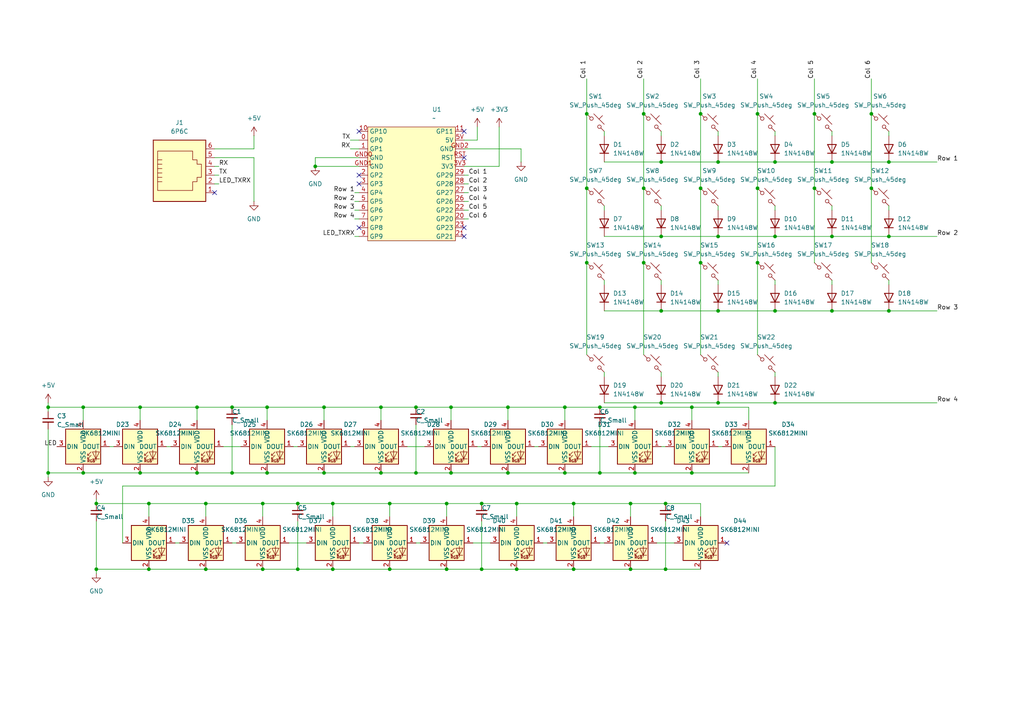
<source format=kicad_sch>
(kicad_sch (version 20250114) (generator "eeschema") (generator_version "9.0")
  (paper "A4")
  (lib_symbols
    (symbol "Connector:6P6C" (pin_names (offset 1.016))
      (property "Reference" "J" (at -5.08 11.43 0))
      (property "Value" "6P6C" (at 2.54 11.43 0))
      (symbol "6P6C_1_1"
        (pin passive line (at 10.16 7.62 180) (length 2.54) (name "~") (number "6"))
        (pin passive line (at 10.16 5.08 180) (length 2.54) (name "~") (number "5"))
        (pin passive line (at 10.16 2.54 180) (length 2.54) (name "~") (number "4"))
        (pin passive line (at 10.16 0 180) (length 2.54) (name "~") (number "3"))
        (pin passive line (at 10.16 -2.54 180) (length 2.54) (name "~") (number "2"))
        (pin passive line (at 10.16 -5.08 180) (length 2.54) (name "~") (number "1"))
      )
    )
    (symbol "Device:C_Small" (pin_numbers (hide yes)) (pin_names (offset 0.254) (hide yes))
      (property "Reference" "C" (at 0.254 1.778 0))
      (property "Value" "C_Small" (at 0.254 -2.032 0))
      (symbol "C_Small_1_1"
        (pin passive line (at 0 2.54 270) (length 2.032) (name "~") (number "1"))
        (pin passive line (at 0 -2.54 90) (length 2.032) (name "~") (number "2"))
      )
    )
    (symbol "Diode:1N4148W" (pin_numbers (hide yes)) (pin_names (hide yes))
      (property "Reference" "D" (at 0 2.54 0))
      (property "Value" "1N4148W" (at 0 -2.54 0))
      (symbol "1N4148W_1_1"
        (pin passive line (at -3.81 0 0) (length 2.54) (name "K") (number "1"))
        (pin passive line (at 3.81 0 180) (length 2.54) (name "A") (number "2"))
      )
    )
    (symbol "Keyboard:RP2040_ProMicro"
      (property "Reference" "U1" (at 12.3033 10.16 0))
      (property "Value" "~" (at 12.3033 7.62 0))
      (symbol "RP2040_ProMicro_1_1"
        (pin bidirectional line (at -8.89 3.81 0) (length 2.54) (name "GP10") (number "10"))
        (pin bidirectional line (at -8.89 1.27 0) (length 2.54) (name "GP0") (number "0"))
        (pin bidirectional line (at -8.89 -1.27 0) (length 2.54) (name "GP1") (number "1"))
        (pin power_out line (at -8.89 -3.81 0) (length 2.54) (name "GND") (number "GND0"))
        (pin power_out line (at -8.89 -6.35 0) (length 2.54) (name "GND") (number "GND1"))
        (pin bidirectional line (at -8.89 -8.89 0) (length 2.54) (name "GP2") (number "2"))
        (pin bidirectional line (at -8.89 -11.43 0) (length 2.54) (name "GP3") (number "3"))
        (pin bidirectional line (at -8.89 -13.97 0) (length 2.54) (name "GP4") (number "4"))
        (pin bidirectional line (at -8.89 -16.51 0) (length 2.54) (name "GP5") (number "5"))
        (pin bidirectional line (at -8.89 -19.05 0) (length 2.54) (name "GP6") (number "6"))
        (pin bidirectional line (at -8.89 -21.59 0) (length 2.54) (name "GP7") (number "7"))
        (pin bidirectional line (at -8.89 -24.13 0) (length 2.54) (name "GP8") (number "8"))
        (pin bidirectional line (at -8.89 -26.67 0) (length 2.54) (name "GP9") (number "9"))
        (pin bidirectional line (at 21.59 3.81 180) (length 2.54) (name "GP11") (number "11"))
        (pin power_out line (at 21.59 1.27 180) (length 2.54) (name "5V") (number "5V"))
        (pin power_out line (at 21.59 -1.27 180) (length 2.54) (name "GND") (number "GND2"))
        (pin input line (at 21.59 -3.81 180) (length 2.54) (name "RST") (number "RST"))
        (pin power_out line (at 21.59 -6.35 180) (length 2.54) (name "3V3") (number "3V3"))
        (pin bidirectional line (at 21.59 -8.89 180) (length 2.54) (name "GP29") (number "29"))
        (pin bidirectional line (at 21.59 -11.43 180) (length 2.54) (name "GP28") (number "28"))
        (pin bidirectional line (at 21.59 -13.97 180) (length 2.54) (name "GP27") (number "27"))
        (pin bidirectional line (at 21.59 -16.51 180) (length 2.54) (name "GP26") (number "26"))
        (pin bidirectional line (at 21.59 -19.05 180) (length 2.54) (name "GP22") (number "22"))
        (pin bidirectional line (at 21.59 -21.59 180) (length 2.54) (name "GP20") (number "20"))
        (pin bidirectional line (at 21.59 -24.13 180) (length 2.54) (name "GP23") (number "23"))
        (pin bidirectional line (at 21.59 -26.67 180) (length 2.54) (name "GP21") (number "21"))
      )
    )
    (symbol "LED:SK6812MINI" (pin_names (offset 0.254))
      (property "Reference" "D" (at 5.08 5.715 0))
      (property "Value" "SK6812MINI" (at 1.27 -5.715 0))
      (symbol "SK6812MINI_0_0"
        (text "RGB" (at 2.286 -4.191 0) (effects (font (size 0.762 0.762))))
      )
      (symbol "SK6812MINI_1_1"
        (pin input line (at -7.62 0 0) (length 2.54) (name "DIN") (number "3"))
        (pin power_in line (at 0 7.62 270) (length 2.54) (name "VDD") (number "4"))
        (pin power_in line (at 0 -7.62 90) (length 2.54) (name "VSS") (number "2"))
        (pin output line (at 7.62 0 180) (length 2.54) (name "DOUT") (number "1"))
      )
    )
    (symbol "Switch:SW_Push_45deg" (pin_numbers (hide yes)) (pin_names (offset 1.016) (hide yes))
      (property "Reference" "SW" (at 3.048 1.016 0))
      (property "Value" "SW_Push_45deg" (at 0 -3.81 0))
      (symbol "SW_Push_45deg_0_1"
        (pin passive line (at -2.54 2.54 0) (length 0) (name "1") (number "1"))
        (pin passive line (at 2.54 -2.54 180) (length 0) (name "2") (number "2"))
      )
    )
    (symbol "power:+3V3" (power) (pin_numbers (hide yes)) (pin_names (offset 0) (hide yes))
      (property "Value" "+3V3" (at 0 3.556 0))
      (symbol "+3V3_1_1"
        (pin power_in line (at 0 0 90) (length 0) (name "~") (number "1"))
      )
    )
    (symbol "power:+5V" (power) (pin_numbers (hide yes)) (pin_names (offset 0) (hide yes))
      (property "Value" "+5V" (at 0 3.556 0))
      (symbol "+5V_1_1"
        (pin power_in line (at 0 0 90) (length 0) (name "~") (number "1"))
      )
    )
    (symbol "power:GND" (power) (pin_numbers (hide yes)) (pin_names (offset 0) (hide yes))
      (property "Value" "GND" (at 0 -3.81 0))
      (symbol "GND_1_1"
        (pin power_in line (at 0 0 270) (length 0) (name "~") (number "1"))
      )
    )
  )
  (junction (at 186.69 33.02))
  (junction (at 184.15 137.16))
  (junction (at 120.65 137.16))
  (junction (at 170.18 76.2))
  (junction (at 129.54 165.1))
  (junction (at 200.66 137.16))
  (junction (at 96.52 146.05))
  (junction (at 43.18 165.1))
  (junction (at 186.69 76.2))
  (junction (at 186.69 54.61))
  (junction (at 208.28 116.84))
  (junction (at 24.13 118.11))
  (junction (at 166.37 146.05))
  (junction (at 91.44 48.26))
  (junction (at 257.81 68.58))
  (junction (at 191.77 68.58))
  (junction (at 170.18 33.02))
  (junction (at 149.86 165.1))
  (junction (at 241.3 46.99))
  (junction (at 170.18 54.61))
  (junction (at 40.64 137.16))
  (junction (at 191.77 46.99))
  (junction (at 163.83 137.16))
  (junction (at 27.94 165.1))
  (junction (at 193.04 165.1))
  (junction (at 184.15 118.11))
  (junction (at 208.28 68.58))
  (junction (at 252.73 33.02))
  (junction (at 27.94 146.05))
  (junction (at 219.71 54.61))
  (junction (at 193.04 146.05))
  (junction (at 182.88 165.1))
  (junction (at 113.03 146.05))
  (junction (at 219.71 76.2))
  (junction (at 203.2 76.2))
  (junction (at 203.2 54.61))
  (junction (at 224.79 116.84))
  (junction (at 129.54 146.05))
  (junction (at 257.81 90.17))
  (junction (at 130.81 118.11))
  (junction (at 236.22 33.02))
  (junction (at 203.2 33.02))
  (junction (at 200.66 118.11))
  (junction (at 139.7 146.05))
  (junction (at 110.49 137.16))
  (junction (at 139.7 165.1))
  (junction (at 110.49 118.11))
  (junction (at 149.86 146.05))
  (junction (at 208.28 46.99))
  (junction (at 96.52 165.1))
  (junction (at 241.3 68.58))
  (junction (at 224.79 68.58))
  (junction (at 86.36 165.1))
  (junction (at 67.31 118.11))
  (junction (at 219.71 33.02))
  (junction (at 130.81 137.16))
  (junction (at 147.32 118.11))
  (junction (at 24.13 137.16))
  (junction (at 173.99 118.11))
  (junction (at 93.98 118.11))
  (junction (at 241.3 90.17))
  (junction (at 173.99 137.16))
  (junction (at 57.15 118.11))
  (junction (at 224.79 46.99))
  (junction (at 77.47 137.16))
  (junction (at 77.47 118.11))
  (junction (at 86.36 146.05))
  (junction (at 182.88 146.05))
  (junction (at 59.69 146.05))
  (junction (at 67.31 137.16))
  (junction (at 208.28 90.17))
  (junction (at 166.37 165.1))
  (junction (at 224.79 90.17))
  (junction (at 257.81 46.99))
  (junction (at 13.97 118.11))
  (junction (at 76.2 146.05))
  (junction (at 191.77 116.84))
  (junction (at 147.32 137.16))
  (junction (at 113.03 165.1))
  (junction (at 163.83 118.11))
  (junction (at 252.73 54.61))
  (junction (at 76.2 165.1))
  (junction (at 93.98 137.16))
  (junction (at 59.69 165.1))
  (junction (at 120.65 118.11))
  (junction (at 236.22 54.61))
  (junction (at 43.18 146.05))
  (junction (at 57.15 137.16))
  (junction (at 13.97 137.16))
  (junction (at 40.64 118.11))
  (junction (at 191.77 90.17))
  (no_connect (at 104.14 38.1))
  (no_connect (at 62.23 55.88))
  (no_connect (at 134.62 66.04))
  (no_connect (at 134.62 45.72))
  (no_connect (at 104.14 50.8))
  (no_connect (at 134.62 68.58))
  (no_connect (at 104.14 53.34))
  (no_connect (at 104.14 66.04))
  (no_connect (at 210.82 157.48))
  (no_connect (at 134.62 38.1))
  (wire (pts (xy 139.7 146.05) (xy 149.86 146.05)))
  (wire (pts (xy 24.13 118.11) (xy 40.64 118.11)))
  (wire (pts (xy 158.75 157.48) (xy 157.48 157.48)))
  (wire (pts (xy 208.28 116.84) (xy 224.79 116.84)))
  (wire (pts (xy 191.77 81.28) (xy 191.77 82.55)))
  (wire (pts (xy 13.97 137.16) (xy 24.13 137.16)))
  (wire (pts (xy 170.18 22.86) (xy 170.18 33.02)))
  (wire (pts (xy 13.97 118.11) (xy 24.13 118.11)))
  (wire (pts (xy 27.94 165.1) (xy 43.18 165.1)))
  (wire (pts (xy 139.7 165.1) (xy 149.86 165.1)))
  (wire (pts (xy 120.65 123.19) (xy 120.65 137.16)))
  (wire (pts (xy 203.2 102.87) (xy 203.2 76.2)))
  (wire (pts (xy 113.03 146.05) (xy 129.54 146.05)))
  (wire (pts (xy 208.28 81.28) (xy 208.28 82.55)))
  (wire (pts (xy 76.2 165.1) (xy 86.36 165.1)))
  (wire (pts (xy 40.64 137.16) (xy 57.15 137.16)))
  (wire (pts (xy 200.66 118.11) (xy 200.66 121.92)))
  (wire (pts (xy 67.31 137.16) (xy 77.47 137.16)))
  (wire (pts (xy 175.26 38.1) (xy 175.26 39.37)))
  (wire (pts (xy 76.2 146.05) (xy 86.36 146.05)))
  (wire (pts (xy 144.78 48.26) (xy 134.62 48.26)))
  (wire (pts (xy 102.87 63.5) (xy 104.14 63.5)))
  (wire (pts (xy 59.69 146.05) (xy 59.69 149.86)))
  (wire (pts (xy 241.3 68.58) (xy 257.81 68.58)))
  (wire (pts (xy 173.99 137.16) (xy 184.15 137.16)))
  (wire (pts (xy 120.65 118.11) (xy 130.81 118.11)))
  (wire (pts (xy 224.79 116.84) (xy 271.78 116.84)))
  (wire (pts (xy 191.77 59.69) (xy 191.77 60.96)))
  (wire (pts (xy 110.49 137.16) (xy 120.65 137.16)))
  (wire (pts (xy 149.86 146.05) (xy 166.37 146.05)))
  (wire (pts (xy 40.64 118.11) (xy 40.64 121.92)))
  (wire (pts (xy 175.26 107.95) (xy 175.26 109.22)))
  (wire (pts (xy 208.28 129.54) (xy 209.55 129.54)))
  (wire (pts (xy 208.28 90.17) (xy 224.79 90.17)))
  (wire (pts (xy 191.77 46.99) (xy 208.28 46.99)))
  (wire (pts (xy 190.5 157.48) (xy 195.58 157.48)))
  (wire (pts (xy 86.36 146.05) (xy 96.52 146.05)))
  (wire (pts (xy 166.37 146.05) (xy 166.37 149.86)))
  (wire (pts (xy 130.81 137.16) (xy 147.32 137.16)))
  (wire (pts (xy 67.31 123.19) (xy 67.31 137.16)))
  (wire (pts (xy 57.15 118.11) (xy 57.15 121.92)))
  (wire (pts (xy 191.77 129.54) (xy 193.04 129.54)))
  (wire (pts (xy 73.66 43.18) (xy 73.66 39.37)))
  (wire (pts (xy 208.28 59.69) (xy 208.28 60.96)))
  (wire (pts (xy 241.3 59.69) (xy 241.3 60.96)))
  (wire (pts (xy 91.44 48.26) (xy 104.14 48.26)))
  (wire (pts (xy 73.66 45.72) (xy 73.66 58.42)))
  (wire (pts (xy 163.83 118.11) (xy 163.83 121.92)))
  (wire (pts (xy 224.79 68.58) (xy 241.3 68.58)))
  (wire (pts (xy 139.7 129.54) (xy 138.43 129.54)))
  (wire (pts (xy 193.04 151.13) (xy 193.04 165.1)))
  (wire (pts (xy 257.81 38.1) (xy 257.81 39.37)))
  (wire (pts (xy 102.87 60.96) (xy 104.14 60.96)))
  (wire (pts (xy 224.79 129.54) (xy 224.79 140.97)))
  (wire (pts (xy 149.86 146.05) (xy 149.86 149.86)))
  (wire (pts (xy 96.52 146.05) (xy 96.52 149.86)))
  (wire (pts (xy 13.97 118.11) (xy 13.97 119.38)))
  (wire (pts (xy 27.94 166.37) (xy 27.94 165.1)))
  (wire (pts (xy 67.31 118.11) (xy 77.47 118.11)))
  (wire (pts (xy 170.18 33.02) (xy 170.18 54.61)))
  (wire (pts (xy 203.2 22.86) (xy 203.2 33.02)))
  (wire (pts (xy 154.94 129.54) (xy 156.21 129.54)))
  (wire (pts (xy 134.62 55.88) (xy 135.89 55.88)))
  (wire (pts (xy 27.94 144.78) (xy 27.94 146.05)))
  (wire (pts (xy 208.28 46.99) (xy 224.79 46.99)))
  (wire (pts (xy 203.2 54.61) (xy 203.2 76.2)))
  (wire (pts (xy 43.18 146.05) (xy 59.69 146.05)))
  (wire (pts (xy 257.81 81.28) (xy 257.81 82.55)))
  (wire (pts (xy 134.62 53.34) (xy 135.89 53.34)))
  (wire (pts (xy 113.03 165.1) (xy 129.54 165.1)))
  (wire (pts (xy 147.32 137.16) (xy 163.83 137.16)))
  (wire (pts (xy 208.28 107.95) (xy 208.28 109.22)))
  (wire (pts (xy 13.97 124.46) (xy 13.97 137.16)))
  (wire (pts (xy 50.8 157.48) (xy 52.07 157.48)))
  (wire (pts (xy 129.54 146.05) (xy 129.54 149.86)))
  (wire (pts (xy 40.64 118.11) (xy 57.15 118.11)))
  (wire (pts (xy 102.87 58.42) (xy 104.14 58.42)))
  (wire (pts (xy 43.18 165.1) (xy 59.69 165.1)))
  (wire (pts (xy 170.18 76.2) (xy 170.18 102.87)))
  (wire (pts (xy 257.81 59.69) (xy 257.81 60.96)))
  (wire (pts (xy 62.23 43.18) (xy 73.66 43.18)))
  (wire (pts (xy 93.98 118.11) (xy 110.49 118.11)))
  (wire (pts (xy 191.77 116.84) (xy 208.28 116.84)))
  (wire (pts (xy 147.32 118.11) (xy 147.32 121.92)))
  (wire (pts (xy 175.26 59.69) (xy 175.26 60.96)))
  (wire (pts (xy 191.77 38.1) (xy 191.77 39.37)))
  (wire (pts (xy 224.79 107.95) (xy 224.79 109.22)))
  (wire (pts (xy 175.26 90.17) (xy 191.77 90.17)))
  (wire (pts (xy 86.36 165.1) (xy 96.52 165.1)))
  (wire (pts (xy 35.56 140.97) (xy 35.56 157.48)))
  (wire (pts (xy 236.22 22.86) (xy 236.22 33.02)))
  (wire (pts (xy 252.73 22.86) (xy 252.73 33.02)))
  (wire (pts (xy 217.17 118.11) (xy 217.17 121.92)))
  (wire (pts (xy 252.73 54.61) (xy 252.73 76.2)))
  (wire (pts (xy 77.47 118.11) (xy 77.47 121.92)))
  (wire (pts (xy 96.52 165.1) (xy 113.03 165.1)))
  (wire (pts (xy 129.54 165.1) (xy 139.7 165.1)))
  (wire (pts (xy 224.79 46.99) (xy 241.3 46.99)))
  (wire (pts (xy 170.18 54.61) (xy 170.18 76.2)))
  (wire (pts (xy 120.65 157.48) (xy 121.92 157.48)))
  (wire (pts (xy 171.45 129.54) (xy 176.53 129.54)))
  (wire (pts (xy 219.71 54.61) (xy 219.71 76.2)))
  (wire (pts (xy 166.37 165.1) (xy 182.88 165.1)))
  (wire (pts (xy 184.15 118.11) (xy 184.15 121.92)))
  (wire (pts (xy 219.71 76.2) (xy 219.71 102.87)))
  (wire (pts (xy 224.79 59.69) (xy 224.79 60.96)))
  (wire (pts (xy 67.31 157.48) (xy 68.58 157.48)))
  (wire (pts (xy 101.6 40.64) (xy 104.14 40.64)))
  (wire (pts (xy 241.3 90.17) (xy 257.81 90.17)))
  (wire (pts (xy 59.69 146.05) (xy 76.2 146.05)))
  (wire (pts (xy 236.22 54.61) (xy 236.22 76.2)))
  (wire (pts (xy 144.78 36.83) (xy 144.78 48.26)))
  (wire (pts (xy 175.26 68.58) (xy 191.77 68.58)))
  (wire (pts (xy 134.62 43.18) (xy 151.13 43.18)))
  (wire (pts (xy 120.65 137.16) (xy 130.81 137.16)))
  (wire (pts (xy 93.98 118.11) (xy 93.98 121.92)))
  (wire (pts (xy 134.62 50.8) (xy 135.89 50.8)))
  (wire (pts (xy 110.49 118.11) (xy 120.65 118.11)))
  (wire (pts (xy 173.99 157.48) (xy 175.26 157.48)))
  (wire (pts (xy 208.28 38.1) (xy 208.28 39.37)))
  (wire (pts (xy 173.99 118.11) (xy 184.15 118.11)))
  (wire (pts (xy 85.09 129.54) (xy 86.36 129.54)))
  (wire (pts (xy 27.94 146.05) (xy 43.18 146.05)))
  (wire (pts (xy 104.14 157.48) (xy 105.41 157.48)))
  (wire (pts (xy 24.13 137.16) (xy 40.64 137.16)))
  (wire (pts (xy 27.94 151.13) (xy 27.94 165.1)))
  (wire (pts (xy 147.32 118.11) (xy 163.83 118.11)))
  (wire (pts (xy 200.66 118.11) (xy 217.17 118.11)))
  (wire (pts (xy 138.43 40.64) (xy 134.62 40.64)))
  (wire (pts (xy 142.24 157.48) (xy 137.16 157.48)))
  (wire (pts (xy 43.18 146.05) (xy 43.18 149.86)))
  (wire (pts (xy 130.81 118.11) (xy 147.32 118.11)))
  (wire (pts (xy 191.77 90.17) (xy 208.28 90.17)))
  (wire (pts (xy 173.99 123.19) (xy 173.99 137.16)))
  (wire (pts (xy 224.79 38.1) (xy 224.79 39.37)))
  (wire (pts (xy 76.2 146.05) (xy 76.2 149.86)))
  (wire (pts (xy 123.19 129.54) (xy 118.11 129.54)))
  (wire (pts (xy 186.69 102.87) (xy 186.69 76.2)))
  (wire (pts (xy 163.83 118.11) (xy 173.99 118.11)))
  (wire (pts (xy 191.77 107.95) (xy 191.77 109.22)))
  (wire (pts (xy 257.81 90.17) (xy 271.78 90.17)))
  (wire (pts (xy 193.04 146.05) (xy 203.2 146.05)))
  (wire (pts (xy 63.5 48.26) (xy 62.23 48.26)))
  (wire (pts (xy 186.69 22.86) (xy 186.69 33.02)))
  (wire (pts (xy 241.3 46.99) (xy 257.81 46.99)))
  (wire (pts (xy 236.22 33.02) (xy 236.22 54.61)))
  (wire (pts (xy 48.26 129.54) (xy 49.53 129.54)))
  (wire (pts (xy 64.77 129.54) (xy 69.85 129.54)))
  (wire (pts (xy 77.47 118.11) (xy 93.98 118.11)))
  (wire (pts (xy 193.04 165.1) (xy 203.2 165.1)))
  (wire (pts (xy 151.13 43.18) (xy 151.13 46.99)))
  (wire (pts (xy 63.5 50.8) (xy 62.23 50.8)))
  (wire (pts (xy 134.62 58.42) (xy 135.89 58.42)))
  (wire (pts (xy 257.81 46.99) (xy 271.78 46.99)))
  (wire (pts (xy 13.97 138.43) (xy 13.97 137.16)))
  (wire (pts (xy 186.69 54.61) (xy 186.69 76.2)))
  (wire (pts (xy 113.03 146.05) (xy 113.03 149.86)))
  (wire (pts (xy 31.75 129.54) (xy 33.02 129.54)))
  (wire (pts (xy 77.47 137.16) (xy 93.98 137.16)))
  (wire (pts (xy 175.26 81.28) (xy 175.26 82.55)))
  (wire (pts (xy 91.44 45.72) (xy 104.14 45.72)))
  (wire (pts (xy 24.13 118.11) (xy 24.13 121.92)))
  (wire (pts (xy 57.15 118.11) (xy 67.31 118.11)))
  (wire (pts (xy 110.49 118.11) (xy 110.49 121.92)))
  (wire (pts (xy 166.37 146.05) (xy 182.88 146.05)))
  (wire (pts (xy 86.36 151.13) (xy 86.36 165.1)))
  (wire (pts (xy 96.52 146.05) (xy 113.03 146.05)))
  (wire (pts (xy 57.15 137.16) (xy 67.31 137.16)))
  (wire (pts (xy 130.81 118.11) (xy 130.81 121.92)))
  (wire (pts (xy 138.43 36.83) (xy 138.43 40.64)))
  (wire (pts (xy 203.2 33.02) (xy 203.2 54.61)))
  (wire (pts (xy 149.86 165.1) (xy 166.37 165.1)))
  (wire (pts (xy 182.88 146.05) (xy 193.04 146.05)))
  (wire (pts (xy 184.15 118.11) (xy 200.66 118.11)))
  (wire (pts (xy 101.6 43.18) (xy 104.14 43.18)))
  (wire (pts (xy 13.97 116.84) (xy 13.97 118.11)))
  (wire (pts (xy 59.69 165.1) (xy 76.2 165.1)))
  (wire (pts (xy 62.23 45.72) (xy 73.66 45.72)))
  (wire (pts (xy 186.69 33.02) (xy 186.69 54.61)))
  (wire (pts (xy 102.87 68.58) (xy 104.14 68.58)))
  (wire (pts (xy 224.79 81.28) (xy 224.79 82.55)))
  (wire (pts (xy 224.79 90.17) (xy 241.3 90.17)))
  (wire (pts (xy 182.88 165.1) (xy 193.04 165.1)))
  (wire (pts (xy 102.87 55.88) (xy 104.14 55.88)))
  (wire (pts (xy 208.28 68.58) (xy 224.79 68.58)))
  (wire (pts (xy 163.83 137.16) (xy 173.99 137.16)))
  (wire (pts (xy 101.6 129.54) (xy 102.87 129.54)))
  (wire (pts (xy 175.26 46.99) (xy 191.77 46.99)))
  (wire (pts (xy 182.88 146.05) (xy 182.88 149.86)))
  (wire (pts (xy 62.23 53.34) (xy 63.5 53.34)))
  (wire (pts (xy 252.73 33.02) (xy 252.73 54.61)))
  (wire (pts (xy 219.71 33.02) (xy 219.71 54.61)))
  (wire (pts (xy 175.26 116.84) (xy 191.77 116.84)))
  (wire (pts (xy 219.71 22.86) (xy 219.71 33.02)))
  (wire (pts (xy 83.82 157.48) (xy 88.9 157.48)))
  (wire (pts (xy 129.54 146.05) (xy 139.7 146.05)))
  (wire (pts (xy 203.2 146.05) (xy 203.2 149.86)))
  (wire (pts (xy 134.62 63.5) (xy 135.89 63.5)))
  (wire (pts (xy 35.56 140.97) (xy 224.79 140.97)))
  (wire (pts (xy 241.3 81.28) (xy 241.3 82.55)))
  (wire (pts (xy 200.66 137.16) (xy 217.17 137.16)))
  (wire (pts (xy 93.98 137.16) (xy 110.49 137.16)))
  (wire (pts (xy 191.77 68.58) (xy 208.28 68.58)))
  (wire (pts (xy 91.44 45.72) (xy 91.44 48.26)))
  (wire (pts (xy 257.81 68.58) (xy 271.78 68.58)))
  (wire (pts (xy 134.62 60.96) (xy 135.89 60.96)))
  (wire (pts (xy 184.15 137.16) (xy 200.66 137.16)))
  (wire (pts (xy 139.7 151.13) (xy 139.7 165.1)))
  (wire (pts (xy 241.3 38.1) (xy 241.3 39.37)))
  (label "Col 6" (at 135.89 63.5 0))
  (label "Col 2" (at 135.89 53.34 0))
  (label "Row 3" (at 271.78 90.17 0))
  (label "Col 2" (at 186.69 22.86 90))
  (label "Col 1" (at 170.18 22.86 90))
  (label "Row 1" (at 271.78 46.99 0))
  (label "LED_TXRX" (at 102.87 68.58 180))
  (label "Row 2" (at 102.87 58.42 180))
  (label "Col 4" (at 219.71 22.86 90))
  (label "Col 5" (at 135.89 60.96 0))
  (label "Col 3" (at 203.2 22.86 90))
  (label "Row 1" (at 102.87 55.88 180))
  (label "Row 4" (at 102.87 63.5 180))
  (label "Col 6" (at 252.73 22.86 90))
  (label "LED" (at 16.51 129.54 180))
  (label "TX" (at 63.5 50.8 0))
  (label "Col 1" (at 135.89 50.8 0))
  (label "Col 5" (at 236.22 22.86 90))
  (label "Col 3" (at 135.89 55.88 0))
  (label "RX" (at 101.6 43.18 180))
  (label "RX" (at 63.5 48.26 0))
  (label "LED_TXRX" (at 63.5 53.34 0))
  (label "Col 4" (at 135.89 58.42 0))
  (label "Row 3" (at 102.87 60.96 180))
  (label "TX" (at 101.6 40.64 180))
  (label "Row 4" (at 271.78 116.84 0))
  (label "Row 2" (at 271.78 68.58 0))
  (symbol (lib_id "power:+5V") (at 13.97 116.84 0) (unit 1)
    (property "Reference" "#PWR06" (effects (hide yes)))
    (property "Value" "+5V" (at 13.97 111.76 0))
    (property "Description" "Power symbol creates a global label with name \"+5V\"" (effects (hide yes)))
  )
  (symbol (lib_id "Diode:1N4148W") (at 208.28 113.03 90) (unit 1)
    (property "Reference" "D21" (at 210.82 111.7599 90) (effects (justify right)))
    (property "Value" "1N4148W" (at 210.82 114.2999 90) (effects (justify right)))
    (property "Footprint" "Keyboard:D_SOD-128-Reversible" (effects (hide yes)))
    (property "Datasheet" "https://www.vishay.com/docs/85748/1n4148w.pdf" (effects (hide yes)))
    (property "Description" "75V 0.15A Fast Switching Diode, SOD-123" (effects (hide yes)))
    (property "Sim.Device" "D" (effects (hide yes)))
    (property "Sim.Pins" "1=K 2=A" (effects (hide yes)))
  )
  (symbol (lib_id "Diode:1N4148W") (at 191.77 43.18 90) (unit 1)
    (property "Reference" "D2" (at 194.31 41.9099 90) (effects (justify right)))
    (property "Value" "1N4148W" (at 194.31 44.4499 90) (effects (justify right)))
    (property "Footprint" "Keyboard:D_SOD-128-Reversible" (effects (hide yes)))
    (property "Datasheet" "https://www.vishay.com/docs/85748/1n4148w.pdf" (effects (hide yes)))
    (property "Description" "75V 0.15A Fast Switching Diode, SOD-123" (effects (hide yes)))
    (property "Sim.Device" "D" (effects (hide yes)))
    (property "Sim.Pins" "1=K 2=A" (effects (hide yes)))
  )
  (symbol (lib_id "Switch:SW_Push_45deg") (at 189.23 57.15 0) (unit 1)
    (property "Reference" "SW8" (at 189.23 49.53 0))
    (property "Value" "SW_Push_45deg" (at 189.23 52.07 0))
    (property "Footprint" "Keyboard:SW_Hotswap_Kailh_Choc_V1_1.00u" (effects (hide yes)))
    (property "Description" "Push button switch, normally open, two pins, 45° tilted" (effects (hide yes)))
  )
  (symbol (lib_id "power:+5V") (at 73.66 39.37 0) (unit 1)
    (property "Reference" "#PWR02" (effects (hide yes)))
    (property "Value" "+5V" (at 73.66 34.29 0))
    (property "Description" "Power symbol creates a global label with name \"+5V\"" (effects (hide yes)))
  )
  (symbol (lib_id "LED:SK6812MINI") (at 24.13 129.54 0) (unit 1)
    (property "Reference" "D23" (at 35.56 123.1198 0))
    (property "Value" "SK6812MINI" (at 29.21 125.6598 0))
    (property "Footprint" "Keyboard:SK6812-MINI-E" (effects (hide yes)))
    (property "Datasheet" "https://cdn-shop.adafruit.com/product-files/2686/SK6812MINI_REV.01-1-2.pdf" (effects (hide yes)))
    (property "Description" "RGB LED with integrated controller" (effects (hide yes)))
  )
  (symbol (lib_id "Device:C_Small") (at 173.99 120.65 0) (unit 1)
    (property "Reference" "C6" (at 173.99 119.3862 0) (effects (justify left)))
    (property "Value" "C_Small" (at 173.99 121.9262 0) (effects (justify left)))
    (property "Footprint" "Keyboard:C_1206_3216Metric" (effects (hide yes)))
    (property "Description" "Unpolarized capacitor, small symbol" (effects (hide yes)))
  )
  (symbol (lib_id "LED:SK6812MINI") (at 57.15 129.54 0) (unit 1)
    (property "Reference" "D25" (at 72.39 123.1198 0))
    (property "Value" "SK6812MINI" (at 72.39 125.6598 0))
    (property "Footprint" "Keyboard:SK6812-MINI-E" (effects (hide yes)))
    (property "Datasheet" "https://cdn-shop.adafruit.com/product-files/2686/SK6812MINI_REV.01-1-2.pdf" (effects (hide yes)))
    (property "Description" "RGB LED with integrated controller" (effects (hide yes)))
  )
  (symbol (lib_id "LED:SK6812MINI") (at 93.98 129.54 0) (unit 1)
    (property "Reference" "D27" (at 101.6 123.1198 0))
    (property "Value" "SK6812MINI" (at 101.6 125.6598 0))
    (property "Footprint" "Keyboard:SK6812-MINI-E" (effects (hide yes)))
    (property "Datasheet" "https://cdn-shop.adafruit.com/product-files/2686/SK6812MINI_REV.01-1-2.pdf" (effects (hide yes)))
    (property "Description" "RGB LED with integrated controller" (effects (hide yes)))
  )
  (symbol (lib_id "LED:SK6812MINI") (at 217.17 129.54 0) (unit 1)
    (property "Reference" "D34" (at 228.6 123.1198 0))
    (property "Value" "SK6812MINI" (at 228.6 125.6598 0))
    (property "Footprint" "Keyboard:SK6812-MINI-E" (effects (hide yes)))
    (property "Datasheet" "https://cdn-shop.adafruit.com/product-files/2686/SK6812MINI_REV.01-1-2.pdf" (effects (hide yes)))
    (property "Description" "RGB LED with integrated controller" (effects (hide yes)))
  )
  (symbol (lib_id "LED:SK6812MINI") (at 147.32 129.54 0) (unit 1)
    (property "Reference" "D30" (at 158.75 123.1198 0))
    (property "Value" "SK6812MINI" (at 158.75 125.6598 0))
    (property "Footprint" "Keyboard:SK6812-MINI-E" (effects (hide yes)))
    (property "Datasheet" "https://cdn-shop.adafruit.com/product-files/2686/SK6812MINI_REV.01-1-2.pdf" (effects (hide yes)))
    (property "Description" "RGB LED with integrated controller" (effects (hide yes)))
  )
  (symbol (lib_id "Diode:1N4148W") (at 224.79 43.18 90) (unit 1)
    (property "Reference" "D4" (at 227.33 41.9099 90) (effects (justify right)))
    (property "Value" "1N4148W" (at 227.33 44.4499 90) (effects (justify right)))
    (property "Footprint" "Keyboard:D_SOD-128-Reversible" (effects (hide yes)))
    (property "Datasheet" "https://www.vishay.com/docs/85748/1n4148w.pdf" (effects (hide yes)))
    (property "Description" "75V 0.15A Fast Switching Diode, SOD-123" (effects (hide yes)))
    (property "Sim.Device" "D" (effects (hide yes)))
    (property "Sim.Pins" "1=K 2=A" (effects (hide yes)))
  )
  (symbol (lib_id "Device:C_Small") (at 193.04 148.59 0) (unit 1)
    (property "Reference" "C8" (at 193.04 147.3262 0) (effects (justify left)))
    (property "Value" "C_Small" (at 193.04 149.8662 0) (effects (justify left)))
    (property "Footprint" "Keyboard:C_1206_3216Metric" (effects (hide yes)))
    (property "Description" "Unpolarized capacitor, small symbol" (effects (hide yes)))
  )
  (symbol (lib_id "Switch:SW_Push_45deg") (at 205.74 35.56 0) (unit 1)
    (property "Reference" "SW3" (at 205.74 27.94 0))
    (property "Value" "SW_Push_45deg" (at 205.74 30.48 0))
    (property "Footprint" "Keyboard:SW_Hotswap_Kailh_Choc_V1_1.00u" (effects (hide yes)))
    (property "Description" "Push button switch, normally open, two pins, 45° tilted" (effects (hide yes)))
  )
  (symbol (lib_id "Switch:SW_Push_45deg") (at 238.76 57.15 0) (unit 1)
    (property "Reference" "SW11" (at 238.76 49.53 0))
    (property "Value" "SW_Push_45deg" (at 238.76 52.07 0))
    (property "Footprint" "Keyboard:SW_Hotswap_Kailh_Choc_V1_1.00u" (effects (hide yes)))
    (property "Description" "Push button switch, normally open, two pins, 45° tilted" (effects (hide yes)))
  )
  (symbol (lib_id "Diode:1N4148W") (at 241.3 43.18 90) (unit 1)
    (property "Reference" "D5" (at 243.84 41.9099 90) (effects (justify right)))
    (property "Value" "1N4148W" (at 243.84 44.4499 90) (effects (justify right)))
    (property "Footprint" "Keyboard:D_SOD-128-Reversible" (effects (hide yes)))
    (property "Datasheet" "https://www.vishay.com/docs/85748/1n4148w.pdf" (effects (hide yes)))
    (property "Description" "75V 0.15A Fast Switching Diode, SOD-123" (effects (hide yes)))
    (property "Sim.Device" "D" (effects (hide yes)))
    (property "Sim.Pins" "1=K 2=A" (effects (hide yes)))
  )
  (symbol (lib_id "LED:SK6812MINI") (at 40.64 129.54 0) (unit 1)
    (property "Reference" "D24" (at 50.8 123.1198 0))
    (property "Value" "SK6812MINI" (at 50.8 125.6598 0))
    (property "Footprint" "Keyboard:SK6812-MINI-E" (effects (hide yes)))
    (property "Datasheet" "https://cdn-shop.adafruit.com/product-files/2686/SK6812MINI_REV.01-1-2.pdf" (effects (hide yes)))
    (property "Description" "RGB LED with integrated controller" (effects (hide yes)))
  )
  (symbol (lib_id "Diode:1N4148W") (at 175.26 43.18 90) (unit 1)
    (property "Reference" "D1" (at 177.8 41.9099 90) (effects (justify right)))
    (property "Value" "1N4148W" (at 177.8 44.4499 90) (effects (justify right)))
    (property "Footprint" "Keyboard:D_SOD-128-Reversible" (effects (hide yes)))
    (property "Datasheet" "https://www.vishay.com/docs/85748/1n4148w.pdf" (effects (hide yes)))
    (property "Description" "75V 0.15A Fast Switching Diode, SOD-123" (effects (hide yes)))
    (property "Sim.Device" "D" (effects (hide yes)))
    (property "Sim.Pins" "1=K 2=A" (effects (hide yes)))
  )
  (symbol (lib_id "Device:C_Small") (at 86.36 148.59 0) (unit 1)
    (property "Reference" "C5" (at 86.36 147.3262 0) (effects (justify left)))
    (property "Value" "C_Small" (at 86.36 149.8662 0) (effects (justify left)))
    (property "Footprint" "Keyboard:C_1206_3216Metric" (effects (hide yes)))
    (property "Description" "Unpolarized capacitor, small symbol" (effects (hide yes)))
  )
  (symbol (lib_id "Diode:1N4148W") (at 257.81 64.77 90) (unit 1)
    (property "Reference" "D12" (at 260.35 63.4999 90) (effects (justify right)))
    (property "Value" "1N4148W" (at 260.35 66.0399 90) (effects (justify right)))
    (property "Footprint" "Keyboard:D_SOD-128-Reversible" (effects (hide yes)))
    (property "Datasheet" "https://www.vishay.com/docs/85748/1n4148w.pdf" (effects (hide yes)))
    (property "Description" "75V 0.15A Fast Switching Diode, SOD-123" (effects (hide yes)))
    (property "Sim.Device" "D" (effects (hide yes)))
    (property "Sim.Pins" "1=K 2=A" (effects (hide yes)))
  )
  (symbol (lib_id "Diode:1N4148W") (at 257.81 43.18 90) (unit 1)
    (property "Reference" "D6" (at 260.35 41.9099 90) (effects (justify right)))
    (property "Value" "1N4148W" (at 260.35 44.4499 90) (effects (justify right)))
    (property "Footprint" "Keyboard:D_SOD-128-Reversible" (effects (hide yes)))
    (property "Datasheet" "https://www.vishay.com/docs/85748/1n4148w.pdf" (effects (hide yes)))
    (property "Description" "75V 0.15A Fast Switching Diode, SOD-123" (effects (hide yes)))
    (property "Sim.Device" "D" (effects (hide yes)))
    (property "Sim.Pins" "1=K 2=A" (effects (hide yes)))
  )
  (symbol (lib_id "Keyboard:RP2040_ProMicro") (at 113.03 41.91 0) (unit 1)
    (property "Reference" "U1" (at 125.3333 31.75 0) (effects (justify left)))
    (property "Value" "~" (at 125.3333 34.29 0) (effects (justify left)))
    (property "Footprint" "Keyboard:RP2040_ProMicro" (effects (hide yes)))
  )
  (symbol (lib_id "Diode:1N4148W") (at 208.28 86.36 90) (unit 1)
    (property "Reference" "D15" (at 210.82 85.0899 90) (effects (justify right)))
    (property "Value" "1N4148W" (at 210.82 87.6299 90) (effects (justify right)))
    (property "Footprint" "Keyboard:D_SOD-128-Reversible" (effects (hide yes)))
    (property "Datasheet" "https://www.vishay.com/docs/85748/1n4148w.pdf" (effects (hide yes)))
    (property "Description" "75V 0.15A Fast Switching Diode, SOD-123" (effects (hide yes)))
    (property "Sim.Device" "D" (effects (hide yes)))
    (property "Sim.Pins" "1=K 2=A" (effects (hide yes)))
  )
  (symbol (lib_id "LED:SK6812MINI") (at 76.2 157.48 0) (unit 1)
    (property "Reference" "D37" (at 91.44 151.0598 0))
    (property "Value" "SK6812MINI" (at 87.63 153.5998 0))
    (property "Footprint" "Keyboard:SK6812-MINI-E" (effects (hide yes)))
    (property "Datasheet" "https://cdn-shop.adafruit.com/product-files/2686/SK6812MINI_REV.01-1-2.pdf" (effects (hide yes)))
    (property "Description" "RGB LED with integrated controller" (effects (hide yes)))
  )
  (symbol (lib_id "LED:SK6812MINI") (at 113.03 157.48 0) (unit 1)
    (property "Reference" "D39" (at 124.46 151.0598 0))
    (property "Value" "SK6812MINI" (at 124.46 153.5998 0))
    (property "Footprint" "Keyboard:SK6812-MINI-E" (effects (hide yes)))
    (property "Datasheet" "https://cdn-shop.adafruit.com/product-files/2686/SK6812MINI_REV.01-1-2.pdf" (effects (hide yes)))
    (property "Description" "RGB LED with integrated controller" (effects (hide yes)))
  )
  (symbol (lib_id "Switch:SW_Push_45deg") (at 222.25 105.41 0) (unit 1)
    (property "Reference" "SW22" (at 222.25 97.79 0))
    (property "Value" "SW_Push_45deg" (at 222.25 100.33 0))
    (property "Footprint" "Keyboard:SW_Hotswap_Kailh_Choc_V1_1.00u" (effects (hide yes)))
    (property "Description" "Push button switch, normally open, two pins, 45° tilted" (effects (hide yes)))
  )
  (symbol (lib_id "Diode:1N4148W") (at 191.77 113.03 90) (unit 1)
    (property "Reference" "D20" (at 194.31 111.7599 90) (effects (justify right)))
    (property "Value" "1N4148W" (at 194.31 114.2999 90) (effects (justify right)))
    (property "Footprint" "Keyboard:D_SOD-128-Reversible" (effects (hide yes)))
    (property "Datasheet" "https://www.vishay.com/docs/85748/1n4148w.pdf" (effects (hide yes)))
    (property "Description" "75V 0.15A Fast Switching Diode, SOD-123" (effects (hide yes)))
    (property "Sim.Device" "D" (effects (hide yes)))
    (property "Sim.Pins" "1=K 2=A" (effects (hide yes)))
  )
  (symbol (lib_id "Diode:1N4148W") (at 241.3 86.36 90) (unit 1)
    (property "Reference" "D17" (at 243.84 85.0899 90) (effects (justify right)))
    (property "Value" "1N4148W" (at 243.84 87.6299 90) (effects (justify right)))
    (property "Footprint" "Keyboard:D_SOD-128-Reversible" (effects (hide yes)))
    (property "Datasheet" "https://www.vishay.com/docs/85748/1n4148w.pdf" (effects (hide yes)))
    (property "Description" "75V 0.15A Fast Switching Diode, SOD-123" (effects (hide yes)))
    (property "Sim.Device" "D" (effects (hide yes)))
    (property "Sim.Pins" "1=K 2=A" (effects (hide yes)))
  )
  (symbol (lib_id "Diode:1N4148W") (at 241.3 64.77 90) (unit 1)
    (property "Reference" "D11" (at 243.84 63.4999 90) (effects (justify right)))
    (property "Value" "1N4148W" (at 243.84 66.0399 90) (effects (justify right)))
    (property "Footprint" "Keyboard:D_SOD-128-Reversible" (effects (hide yes)))
    (property "Datasheet" "https://www.vishay.com/docs/85748/1n4148w.pdf" (effects (hide yes)))
    (property "Description" "75V 0.15A Fast Switching Diode, SOD-123" (effects (hide yes)))
    (property "Sim.Device" "D" (effects (hide yes)))
    (property "Sim.Pins" "1=K 2=A" (effects (hide yes)))
  )
  (symbol (lib_id "Device:C_Small") (at 13.97 121.92 0) (unit 1)
    (property "Reference" "C3" (at 16.51 120.6562 0) (effects (justify left)))
    (property "Value" "C_Small" (at 16.51 123.1962 0) (effects (justify left)))
    (property "Footprint" "Keyboard:C_1206_3216Metric" (effects (hide yes)))
    (property "Description" "Unpolarized capacitor, small symbol" (effects (hide yes)))
  )
  (symbol (lib_id "LED:SK6812MINI") (at 130.81 129.54 0) (unit 1)
    (property "Reference" "D29" (at 142.24 123.1198 0))
    (property "Value" "SK6812MINI" (at 142.24 125.6598 0))
    (property "Footprint" "Keyboard:SK6812-MINI-E" (effects (hide yes)))
    (property "Datasheet" "https://cdn-shop.adafruit.com/product-files/2686/SK6812MINI_REV.01-1-2.pdf" (effects (hide yes)))
    (property "Description" "RGB LED with integrated controller" (effects (hide yes)))
  )
  (symbol (lib_id "LED:SK6812MINI") (at 184.15 129.54 0) (unit 1)
    (property "Reference" "D32" (at 195.58 123.1198 0))
    (property "Value" "SK6812MINI" (at 195.58 125.6598 0))
    (property "Footprint" "Keyboard:SK6812-MINI-E" (effects (hide yes)))
    (property "Datasheet" "https://cdn-shop.adafruit.com/product-files/2686/SK6812MINI_REV.01-1-2.pdf" (effects (hide yes)))
    (property "Description" "RGB LED with integrated controller" (effects (hide yes)))
  )
  (symbol (lib_id "Device:C_Small") (at 139.7 148.59 0) (unit 1)
    (property "Reference" "C7" (at 139.7 147.3262 0) (effects (justify left)))
    (property "Value" "C_Small" (at 139.7 149.8662 0) (effects (justify left)))
    (property "Footprint" "Keyboard:C_1206_3216Metric" (effects (hide yes)))
    (property "Description" "Unpolarized capacitor, small symbol" (effects (hide yes)))
  )
  (symbol (lib_id "Switch:SW_Push_45deg") (at 172.72 105.41 0) (unit 1)
    (property "Reference" "SW19" (at 172.72 97.79 0))
    (property "Value" "SW_Push_45deg" (at 172.72 100.33 0))
    (property "Footprint" "Keyboard:SW_Hotswap_Kailh_Choc_V1_1.00u" (effects (hide yes)))
    (property "Description" "Push button switch, normally open, two pins, 45° tilted" (effects (hide yes)))
  )
  (symbol (lib_id "Diode:1N4148W") (at 175.26 113.03 90) (unit 1)
    (property "Reference" "D19" (at 177.8 111.7599 90) (effects (justify right)))
    (property "Value" "1N4148W" (at 177.8 114.2999 90) (effects (justify right)))
    (property "Footprint" "Keyboard:D_SOD-128-Reversible" (effects (hide yes)))
    (property "Datasheet" "https://www.vishay.com/docs/85748/1n4148w.pdf" (effects (hide yes)))
    (property "Description" "75V 0.15A Fast Switching Diode, SOD-123" (effects (hide yes)))
    (property "Sim.Device" "D" (effects (hide yes)))
    (property "Sim.Pins" "1=K 2=A" (effects (hide yes)))
  )
  (symbol (lib_id "LED:SK6812MINI") (at 43.18 157.48 0) (unit 1)
    (property "Reference" "D35" (at 54.61 151.0598 0))
    (property "Value" "SK6812MINI" (at 48.26 153.5998 0))
    (property "Footprint" "Keyboard:SK6812-MINI-E" (effects (hide yes)))
    (property "Datasheet" "https://cdn-shop.adafruit.com/product-files/2686/SK6812MINI_REV.01-1-2.pdf" (effects (hide yes)))
    (property "Description" "RGB LED with integrated controller" (effects (hide yes)))
  )
  (symbol (lib_id "Diode:1N4148W") (at 224.79 86.36 90) (unit 1)
    (property "Reference" "D16" (at 227.33 85.0899 90) (effects (justify right)))
    (property "Value" "1N4148W" (at 227.33 87.6299 90) (effects (justify right)))
    (property "Footprint" "Keyboard:D_SOD-128-Reversible" (effects (hide yes)))
    (property "Datasheet" "https://www.vishay.com/docs/85748/1n4148w.pdf" (effects (hide yes)))
    (property "Description" "75V 0.15A Fast Switching Diode, SOD-123" (effects (hide yes)))
    (property "Sim.Device" "D" (effects (hide yes)))
    (property "Sim.Pins" "1=K 2=A" (effects (hide yes)))
  )
  (symbol (lib_id "LED:SK6812MINI") (at 182.88 157.48 0) (unit 1)
    (property "Reference" "D43" (at 198.12 151.0598 0))
    (property "Value" "SK6812MINI" (at 194.31 153.5998 0))
    (property "Footprint" "Keyboard:SK6812-MINI-E" (effects (hide yes)))
    (property "Datasheet" "https://cdn-shop.adafruit.com/product-files/2686/SK6812MINI_REV.01-1-2.pdf" (effects (hide yes)))
    (property "Description" "RGB LED with integrated controller" (effects (hide yes)))
  )
  (symbol (lib_id "Switch:SW_Push_45deg") (at 255.27 35.56 0) (unit 1)
    (property "Reference" "SW6" (at 255.27 27.94 0))
    (property "Value" "SW_Push_45deg" (at 255.27 30.48 0))
    (property "Footprint" "Keyboard:SW_Hotswap_Kailh_Choc_V1_1.00u" (effects (hide yes)))
    (property "Description" "Push button switch, normally open, two pins, 45° tilted" (effects (hide yes)))
  )
  (symbol (lib_id "Device:C_Small") (at 67.31 120.65 0) (unit 1)
    (property "Reference" "C1" (at 67.31 119.3862 0) (effects (justify left)))
    (property "Value" "C_Small" (at 67.31 121.9262 0) (effects (justify left)))
    (property "Footprint" "Keyboard:C_1206_3216Metric" (effects (hide yes)))
    (property "Description" "Unpolarized capacitor, small symbol" (effects (hide yes)))
  )
  (symbol (lib_id "Diode:1N4148W") (at 175.26 64.77 90) (unit 1)
    (property "Reference" "D7" (at 177.8 63.4999 90) (effects (justify right)))
    (property "Value" "1N4148W" (at 177.8 66.0399 90) (effects (justify right)))
    (property "Footprint" "Keyboard:D_SOD-128-Reversible" (effects (hide yes)))
    (property "Datasheet" "https://www.vishay.com/docs/85748/1n4148w.pdf" (effects (hide yes)))
    (property "Description" "75V 0.15A Fast Switching Diode, SOD-123" (effects (hide yes)))
    (property "Sim.Device" "D" (effects (hide yes)))
    (property "Sim.Pins" "1=K 2=A" (effects (hide yes)))
  )
  (symbol (lib_id "Diode:1N4148W") (at 175.26 86.36 90) (unit 1)
    (property "Reference" "D13" (at 177.8 85.0899 90) (effects (justify right)))
    (property "Value" "1N4148W" (at 177.8 87.6299 90) (effects (justify right)))
    (property "Footprint" "Keyboard:D_SOD-128-Reversible" (effects (hide yes)))
    (property "Datasheet" "https://www.vishay.com/docs/85748/1n4148w.pdf" (effects (hide yes)))
    (property "Description" "75V 0.15A Fast Switching Diode, SOD-123" (effects (hide yes)))
    (property "Sim.Device" "D" (effects (hide yes)))
    (property "Sim.Pins" "1=K 2=A" (effects (hide yes)))
  )
  (symbol (lib_id "power:GND") (at 27.94 166.37 0) (unit 1)
    (property "Reference" "#PWR09" (effects (hide yes)))
    (property "Value" "GND" (at 27.94 171.45 0))
    (property "Description" "Power symbol creates a global label with name \"GND\" , ground" (effects (hide yes)))
  )
  (symbol (lib_id "Switch:SW_Push_45deg") (at 189.23 35.56 0) (unit 1)
    (property "Reference" "SW2" (at 189.23 27.94 0))
    (property "Value" "SW_Push_45deg" (at 189.23 30.48 0))
    (property "Footprint" "Keyboard:SW_Hotswap_Kailh_Choc_V1_1.00u" (effects (hide yes)))
    (property "Description" "Push button switch, normally open, two pins, 45° tilted" (effects (hide yes)))
  )
  (symbol (lib_id "Connector:6P6C") (at 52.07 50.8 0) (unit 1)
    (property "Reference" "J1" (at 52.07 35.56 0))
    (property "Value" "6P6C" (at 52.07 38.1 0))
    (property "Footprint" "Keyboard:RJ12 6P6C" (effects (hide yes)))
    (property "Description" "RJ connector, 6P6C (6 positions 6 connected), RJ12/RJ18/RJ25" (effects (hide yes)))
  )
  (symbol (lib_id "Switch:SW_Push_45deg") (at 222.25 35.56 0) (unit 1)
    (property "Reference" "SW4" (at 222.25 27.94 0))
    (property "Value" "SW_Push_45deg" (at 222.25 30.48 0))
    (property "Footprint" "Keyboard:SW_Hotswap_Kailh_Choc_V1_1.00u" (effects (hide yes)))
    (property "Description" "Push button switch, normally open, two pins, 45° tilted" (effects (hide yes)))
  )
  (symbol (lib_id "Switch:SW_Push_45deg") (at 255.27 57.15 0) (unit 1)
    (property "Reference" "SW12" (at 255.27 49.53 0))
    (property "Value" "SW_Push_45deg" (at 255.27 52.07 0))
    (property "Footprint" "Keyboard:SW_Hotswap_Kailh_Choc_V1_1.00u" (effects (hide yes)))
    (property "Description" "Push button switch, normally open, two pins, 45° tilted" (effects (hide yes)))
  )
  (symbol (lib_id "Diode:1N4148W") (at 257.81 86.36 90) (unit 1)
    (property "Reference" "D18" (at 260.35 85.0899 90) (effects (justify right)))
    (property "Value" "1N4148W" (at 260.35 87.6299 90) (effects (justify right)))
    (property "Footprint" "Keyboard:D_SOD-128-Reversible" (effects (hide yes)))
    (property "Datasheet" "https://www.vishay.com/docs/85748/1n4148w.pdf" (effects (hide yes)))
    (property "Description" "75V 0.15A Fast Switching Diode, SOD-123" (effects (hide yes)))
    (property "Sim.Device" "D" (effects (hide yes)))
    (property "Sim.Pins" "1=K 2=A" (effects (hide yes)))
  )
  (symbol (lib_id "LED:SK6812MINI") (at 129.54 157.48 0) (unit 1)
    (property "Reference" "D40" (at 144.78 151.0598 0))
    (property "Value" "SK6812MINI" (at 140.97 153.5998 0))
    (property "Footprint" "Keyboard:SK6812-MINI-E" (effects (hide yes)))
    (property "Datasheet" "https://cdn-shop.adafruit.com/product-files/2686/SK6812MINI_REV.01-1-2.pdf" (effects (hide yes)))
    (property "Description" "RGB LED with integrated controller" (effects (hide yes)))
  )
  (symbol (lib_id "LED:SK6812MINI") (at 110.49 129.54 0) (unit 1)
    (property "Reference" "D28" (at 125.73 123.1198 0))
    (property "Value" "SK6812MINI" (at 121.92 125.6598 0))
    (property "Footprint" "Keyboard:SK6812-MINI-E" (effects (hide yes)))
    (property "Datasheet" "https://cdn-shop.adafruit.com/product-files/2686/SK6812MINI_REV.01-1-2.pdf" (effects (hide yes)))
    (property "Description" "RGB LED with integrated controller" (effects (hide yes)))
  )
  (symbol (lib_id "Switch:SW_Push_45deg") (at 172.72 35.56 0) (unit 1)
    (property "Reference" "SW1" (at 172.72 27.94 0))
    (property "Value" "SW_Push_45deg" (at 172.72 30.48 0))
    (property "Footprint" "Keyboard:SW_Hotswap_Kailh_Choc_V1_1.00u" (effects (hide yes)))
    (property "Description" "Push button switch, normally open, two pins, 45° tilted" (effects (hide yes)))
  )
  (symbol (lib_id "power:GND") (at 151.13 46.99 0) (unit 1)
    (property "Reference" "#PWR07" (effects (hide yes)))
    (property "Value" "GND" (at 151.13 52.07 0))
    (property "Description" "Power symbol creates a global label with name \"GND\" , ground" (effects (hide yes)))
  )
  (symbol (lib_id "LED:SK6812MINI") (at 203.2 157.48 0) (unit 1)
    (property "Reference" "D44" (at 214.63 151.0598 0))
    (property "Value" "SK6812MINI" (at 214.63 153.5998 0))
    (property "Footprint" "Keyboard:SK6812-MINI-E" (effects (hide yes)))
    (property "Datasheet" "https://cdn-shop.adafruit.com/product-files/2686/SK6812MINI_REV.01-1-2.pdf" (effects (hide yes)))
    (property "Description" "RGB LED with integrated controller" (effects (hide yes)))
  )
  (symbol (lib_id "Device:C_Small") (at 27.94 148.59 0) (unit 1)
    (property "Reference" "C4" (at 27.94 147.3262 0) (effects (justify left)))
    (property "Value" "C_Small" (at 27.94 149.8662 0) (effects (justify left)))
    (property "Footprint" "Keyboard:C_1206_3216Metric" (effects (hide yes)))
    (property "Description" "Unpolarized capacitor, small symbol" (effects (hide yes)))
  )
  (symbol (lib_id "Switch:SW_Push_45deg") (at 189.23 78.74 0) (unit 1)
    (property "Reference" "SW14" (at 189.23 71.12 0))
    (property "Value" "SW_Push_45deg" (at 189.23 73.66 0))
    (property "Footprint" "Keyboard:SW_Hotswap_Kailh_Choc_V1_1.00u" (effects (hide yes)))
    (property "Description" "Push button switch, normally open, two pins, 45° tilted" (effects (hide yes)))
  )
  (symbol (lib_id "Diode:1N4148W") (at 208.28 64.77 90) (unit 1)
    (property "Reference" "D9" (at 210.82 63.4999 90) (effects (justify right)))
    (property "Value" "1N4148W" (at 210.82 66.0399 90) (effects (justify right)))
    (property "Footprint" "Keyboard:D_SOD-128-Reversible" (effects (hide yes)))
    (property "Datasheet" "https://www.vishay.com/docs/85748/1n4148w.pdf" (effects (hide yes)))
    (property "Description" "75V 0.15A Fast Switching Diode, SOD-123" (effects (hide yes)))
    (property "Sim.Device" "D" (effects (hide yes)))
    (property "Sim.Pins" "1=K 2=A" (effects (hide yes)))
  )
  (symbol (lib_id "Switch:SW_Push_45deg") (at 205.74 105.41 0) (unit 1)
    (property "Reference" "SW21" (at 205.74 97.79 0))
    (property "Value" "SW_Push_45deg" (at 205.74 100.33 0))
    (property "Footprint" "Keyboard:SW_Hotswap_Kailh_Choc_V1_1.00u" (effects (hide yes)))
    (property "Description" "Push button switch, normally open, two pins, 45° tilted" (effects (hide yes)))
  )
  (symbol (lib_id "LED:SK6812MINI") (at 200.66 129.54 0) (unit 1)
    (property "Reference" "D33" (at 212.09 123.1198 0))
    (property "Value" "SK6812MINI" (at 212.09 125.6598 0))
    (property "Footprint" "Keyboard:SK6812-MINI-E" (effects (hide yes)))
    (property "Datasheet" "https://cdn-shop.adafruit.com/product-files/2686/SK6812MINI_REV.01-1-2.pdf" (effects (hide yes)))
    (property "Description" "RGB LED with integrated controller" (effects (hide yes)))
  )
  (symbol (lib_id "LED:SK6812MINI") (at 59.69 157.48 0) (unit 1)
    (property "Reference" "D36" (at 69.85 151.0598 0))
    (property "Value" "SK6812MINI" (at 69.85 153.5998 0))
    (property "Footprint" "Keyboard:SK6812-MINI-E" (effects (hide yes)))
    (property "Datasheet" "https://cdn-shop.adafruit.com/product-files/2686/SK6812MINI_REV.01-1-2.pdf" (effects (hide yes)))
    (property "Description" "RGB LED with integrated controller" (effects (hide yes)))
  )
  (symbol (lib_id "LED:SK6812MINI") (at 77.47 129.54 0) (unit 1)
    (property "Reference" "D26" (at 88.9 123.1198 0))
    (property "Value" "SK6812MINI" (at 88.9 125.6598 0))
    (property "Footprint" "Keyboard:SK6812-MINI-E" (effects (hide yes)))
    (property "Datasheet" "https://cdn-shop.adafruit.com/product-files/2686/SK6812MINI_REV.01-1-2.pdf" (effects (hide yes)))
    (property "Description" "RGB LED with integrated controller" (effects (hide yes)))
  )
  (symbol (lib_id "LED:SK6812MINI") (at 163.83 129.54 0) (unit 1)
    (property "Reference" "D31" (at 175.26 123.1198 0))
    (property "Value" "SK6812MINI" (at 175.26 125.6598 0))
    (property "Footprint" "Keyboard:SK6812-MINI-E" (effects (hide yes)))
    (property "Datasheet" "https://cdn-shop.adafruit.com/product-files/2686/SK6812MINI_REV.01-1-2.pdf" (effects (hide yes)))
    (property "Description" "RGB LED with integrated controller" (effects (hide yes)))
  )
  (symbol (lib_id "Switch:SW_Push_45deg") (at 222.25 57.15 0) (unit 1)
    (property "Reference" "SW10" (at 222.25 49.53 0))
    (property "Value" "SW_Push_45deg" (at 222.25 52.07 0))
    (property "Footprint" "Keyboard:SW_Hotswap_Kailh_Choc_V1_1.00u" (effects (hide yes)))
    (property "Description" "Push button switch, normally open, two pins, 45° tilted" (effects (hide yes)))
  )
  (symbol (lib_id "LED:SK6812MINI") (at 96.52 157.48 0) (unit 1)
    (property "Reference" "D38" (at 107.95 151.0598 0))
    (property "Value" "SK6812MINI" (at 107.95 153.5998 0))
    (property "Footprint" "Keyboard:SK6812-MINI-E" (effects (hide yes)))
    (property "Datasheet" "https://cdn-shop.adafruit.com/product-files/2686/SK6812MINI_REV.01-1-2.pdf" (effects (hide yes)))
    (property "Description" "RGB LED with integrated controller" (effects (hide yes)))
  )
  (symbol (lib_id "power:+5V") (at 138.43 36.83 0) (unit 1)
    (property "Reference" "#PWR04" (effects (hide yes)))
    (property "Value" "+5V" (at 138.43 31.75 0))
    (property "Description" "Power symbol creates a global label with name \"+5V\"" (effects (hide yes)))
  )
  (symbol (lib_id "power:GND") (at 13.97 138.43 0) (unit 1)
    (property "Reference" "#PWR08" (effects (hide yes)))
    (property "Value" "GND" (at 13.97 143.51 0))
    (property "Description" "Power symbol creates a global label with name \"GND\" , ground" (effects (hide yes)))
  )
  (symbol (lib_id "Switch:SW_Push_45deg") (at 238.76 35.56 0) (unit 1)
    (property "Reference" "SW5" (at 238.76 27.94 0))
    (property "Value" "SW_Push_45deg" (at 238.76 30.48 0))
    (property "Footprint" "Keyboard:SW_Hotswap_Kailh_Choc_V1_1.00u" (effects (hide yes)))
    (property "Description" "Push button switch, normally open, two pins, 45° tilted" (effects (hide yes)))
  )
  (symbol (lib_id "LED:SK6812MINI") (at 166.37 157.48 0) (unit 1)
    (property "Reference" "D42" (at 177.8 151.0598 0))
    (property "Value" "SK6812MINI" (at 177.8 153.5998 0))
    (property "Footprint" "Keyboard:SK6812-MINI-E" (effects (hide yes)))
    (property "Datasheet" "https://cdn-shop.adafruit.com/product-files/2686/SK6812MINI_REV.01-1-2.pdf" (effects (hide yes)))
    (property "Description" "RGB LED with integrated controller" (effects (hide yes)))
  )
  (symbol (lib_id "LED:SK6812MINI") (at 149.86 157.48 0) (unit 1)
    (property "Reference" "D41" (at 161.29 151.0598 0))
    (property "Value" "SK6812MINI" (at 161.29 153.5998 0))
    (property "Footprint" "Keyboard:SK6812-MINI-E" (effects (hide yes)))
    (property "Datasheet" "https://cdn-shop.adafruit.com/product-files/2686/SK6812MINI_REV.01-1-2.pdf" (effects (hide yes)))
    (property "Description" "RGB LED with integrated controller" (effects (hide yes)))
  )
  (symbol (lib_id "Diode:1N4148W") (at 224.79 113.03 90) (unit 1)
    (property "Reference" "D22" (at 227.33 111.7599 90) (effects (justify right)))
    (property "Value" "1N4148W" (at 227.33 114.2999 90) (effects (justify right)))
    (property "Footprint" "Keyboard:D_SOD-128-Reversible" (effects (hide yes)))
    (property "Datasheet" "https://www.vishay.com/docs/85748/1n4148w.pdf" (effects (hide yes)))
    (property "Description" "75V 0.15A Fast Switching Diode, SOD-123" (effects (hide yes)))
    (property "Sim.Device" "D" (effects (hide yes)))
    (property "Sim.Pins" "1=K 2=A" (effects (hide yes)))
  )
  (symbol (lib_id "power:GND") (at 91.44 48.26 0) (unit 1)
    (property "Reference" "#PWR05" (effects (hide yes)))
    (property "Value" "GND" (at 91.44 53.34 0))
    (property "Description" "Power symbol creates a global label with name \"GND\" , ground" (effects (hide yes)))
  )
  (symbol (lib_id "Switch:SW_Push_45deg") (at 238.76 78.74 0) (unit 1)
    (property "Reference" "SW17" (at 238.76 71.12 0))
    (property "Value" "SW_Push_45deg" (at 238.76 73.66 0))
    (property "Footprint" "Keyboard:SW_Hotswap_Kailh_Choc_V1_1.00u" (effects (hide yes)))
    (property "Description" "Push button switch, normally open, two pins, 45° tilted" (effects (hide yes)))
  )
  (symbol (lib_id "Device:C_Small") (at 120.65 120.65 0) (unit 1)
    (property "Reference" "C2" (at 120.65 119.3862 0) (effects (justify left)))
    (property "Value" "C_Small" (at 120.65 121.9262 0) (effects (justify left)))
    (property "Footprint" "Keyboard:C_1206_3216Metric" (effects (hide yes)))
    (property "Description" "Unpolarized capacitor, small symbol" (effects (hide yes)))
  )
  (symbol (lib_id "Switch:SW_Push_45deg") (at 189.23 105.41 0) (unit 1)
    (property "Reference" "SW20" (at 189.23 97.79 0))
    (property "Value" "SW_Push_45deg" (at 189.23 100.33 0))
    (property "Footprint" "Keyboard:SW_Hotswap_Kailh_Choc_V1_1.00u" (effects (hide yes)))
    (property "Description" "Push button switch, normally open, two pins, 45° tilted" (effects (hide yes)))
  )
  (symbol (lib_id "Diode:1N4148W") (at 208.28 43.18 90) (unit 1)
    (property "Reference" "D3" (at 210.82 41.9099 90) (effects (justify right)))
    (property "Value" "1N4148W" (at 210.82 44.4499 90) (effects (justify right)))
    (property "Footprint" "Keyboard:D_SOD-128-Reversible" (effects (hide yes)))
    (property "Datasheet" "https://www.vishay.com/docs/85748/1n4148w.pdf" (effects (hide yes)))
    (property "Description" "75V 0.15A Fast Switching Diode, SOD-123" (effects (hide yes)))
    (property "Sim.Device" "D" (effects (hide yes)))
    (property "Sim.Pins" "1=K 2=A" (effects (hide yes)))
  )
  (symbol (lib_id "Diode:1N4148W") (at 191.77 86.36 90) (unit 1)
    (property "Reference" "D14" (at 194.31 85.0899 90) (effects (justify right)))
    (property "Value" "1N4148W" (at 194.31 87.6299 90) (effects (justify right)))
    (property "Footprint" "Keyboard:D_SOD-128-Reversible" (effects (hide yes)))
    (property "Datasheet" "https://www.vishay.com/docs/85748/1n4148w.pdf" (effects (hide yes)))
    (property "Description" "75V 0.15A Fast Switching Diode, SOD-123" (effects (hide yes)))
    (property "Sim.Device" "D" (effects (hide yes)))
    (property "Sim.Pins" "1=K 2=A" (effects (hide yes)))
  )
  (symbol (lib_id "Switch:SW_Push_45deg") (at 222.25 78.74 0) (unit 1)
    (property "Reference" "SW16" (at 222.25 71.12 0))
    (property "Value" "SW_Push_45deg" (at 222.25 73.66 0))
    (property "Footprint" "Keyboard:SW_Hotswap_Kailh_Choc_V1_1.00u" (effects (hide yes)))
    (property "Description" "Push button switch, normally open, two pins, 45° tilted" (effects (hide yes)))
  )
  (symbol (lib_id "power:GND") (at 73.66 58.42 0) (unit 1)
    (property "Reference" "#PWR01" (effects (hide yes)))
    (property "Value" "GND" (at 73.66 63.5 0))
    (property "Description" "Power symbol creates a global label with name \"GND\" , ground" (effects (hide yes)))
  )
  (symbol (lib_id "Switch:SW_Push_45deg") (at 172.72 78.74 0) (unit 1)
    (property "Reference" "SW13" (at 172.72 71.12 0))
    (property "Value" "SW_Push_45deg" (at 172.72 73.66 0))
    (property "Footprint" "Keyboard:SW_Hotswap_Kailh_Choc_V1_1.00u" (effects (hide yes)))
    (property "Description" "Push button switch, normally open, two pins, 45° tilted" (effects (hide yes)))
  )
  (symbol (lib_id "Switch:SW_Push_45deg") (at 205.74 78.74 0) (unit 1)
    (property "Reference" "SW15" (at 205.74 71.12 0))
    (property "Value" "SW_Push_45deg" (at 205.74 73.66 0))
    (property "Footprint" "Keyboard:SW_Hotswap_Kailh_Choc_V1_1.00u" (effects (hide yes)))
    (property "Description" "Push button switch, normally open, two pins, 45° tilted" (effects (hide yes)))
  )
  (symbol (lib_id "power:+5V") (at 27.94 144.78 0) (unit 1)
    (property "Reference" "#PWR011" (effects (hide yes)))
    (property "Value" "+5V" (at 27.94 139.7 0))
    (property "Description" "Power symbol creates a global label with name \"+5V\"" (effects (hide yes)))
  )
  (symbol (lib_id "Diode:1N4148W") (at 191.77 64.77 90) (unit 1)
    (property "Reference" "D8" (at 194.31 63.4999 90) (effects (justify right)))
    (property "Value" "1N4148W" (at 194.31 66.0399 90) (effects (justify right)))
    (property "Footprint" "Keyboard:D_SOD-128-Reversible" (effects (hide yes)))
    (property "Datasheet" "https://www.vishay.com/docs/85748/1n4148w.pdf" (effects (hide yes)))
    (property "Description" "75V 0.15A Fast Switching Diode, SOD-123" (effects (hide yes)))
    (property "Sim.Device" "D" (effects (hide yes)))
    (property "Sim.Pins" "1=K 2=A" (effects (hide yes)))
  )
  (symbol (lib_id "power:+3V3") (at 144.78 36.83 0) (unit 1)
    (property "Reference" "#PWR03" (effects (hide yes)))
    (property "Value" "+3V3" (at 144.78 31.75 0))
    (property "Description" "Power symbol creates a global label with name \"+3V3\"" (effects (hide yes)))
  )
  (symbol (lib_id "Switch:SW_Push_45deg") (at 255.27 78.74 0) (unit 1)
    (property "Reference" "SW18" (at 255.27 71.12 0))
    (property "Value" "SW_Push_45deg" (at 255.27 73.66 0))
    (property "Footprint" "Keyboard:SW_Hotswap_Kailh_Choc_V1_1.00u" (effects (hide yes)))
    (property "Description" "Push button switch, normally open, two pins, 45° tilted" (effects (hide yes)))
  )
  (symbol (lib_id "Switch:SW_Push_45deg") (at 172.72 57.15 0) (unit 1)
    (property "Reference" "SW7" (at 172.72 49.53 0))
    (property "Value" "SW_Push_45deg" (at 172.72 52.07 0))
    (property "Footprint" "Keyboard:SW_Hotswap_Kailh_Choc_V1_1.00u" (effects (hide yes)))
    (property "Description" "Push button switch, normally open, two pins, 45° tilted" (effects (hide yes)))
  )
  (symbol (lib_id "Switch:SW_Push_45deg") (at 205.74 57.15 0) (unit 1)
    (property "Reference" "SW9" (at 205.74 49.53 0))
    (property "Value" "SW_Push_45deg" (at 205.74 52.07 0))
    (property "Footprint" "Keyboard:SW_Hotswap_Kailh_Choc_V1_1.00u" (effects (hide yes)))
    (property "Description" "Push button switch, normally open, two pins, 45° tilted" (effects (hide yes)))
  )
  (symbol (lib_id "Diode:1N4148W") (at 224.79 64.77 90) (unit 1)
    (property "Reference" "D10" (at 227.33 63.4999 90) (effects (justify right)))
    (property "Value" "1N4148W" (at 227.33 66.0399 90) (effects (justify right)))
    (property "Footprint" "Keyboard:D_SOD-128-Reversible" (effects (hide yes)))
    (property "Datasheet" "https://www.vishay.com/docs/85748/1n4148w.pdf" (effects (hide yes)))
    (property "Description" "75V 0.15A Fast Switching Diode, SOD-123" (effects (hide yes)))
    (property "Sim.Device" "D" (effects (hide yes)))
    (property "Sim.Pins" "1=K 2=A" (effects (hide yes)))
  )
)
</source>
